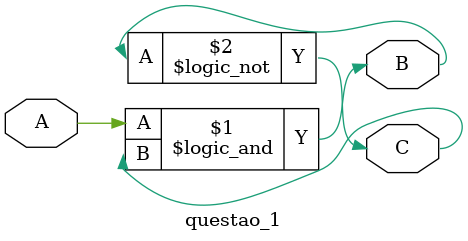
<source format=v>
module questao_1(input A, output B, output C);

    assign #3 B = A && C; 
    assign #2 C = !B;

endmodule
</source>
